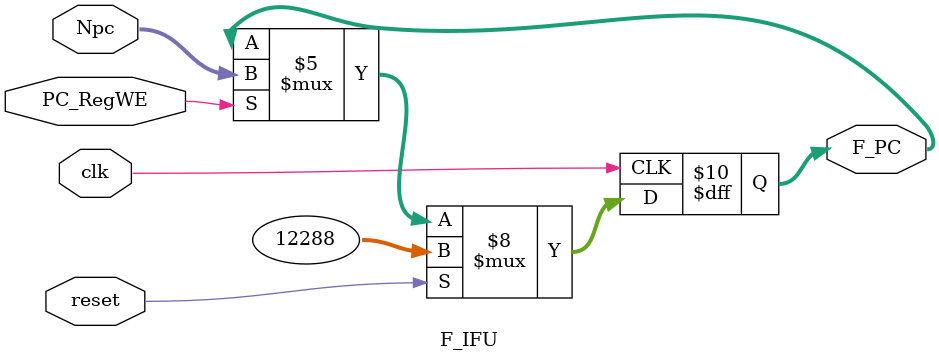
<source format=v>
`timescale 1ns / 1ps
module F_IFU(
    input clk,
    input reset,
    input [31:0] Npc,
    input PC_RegWE,

    output reg [31:0] F_PC
    );

    initial begin

        F_PC = 32'h00003000;
    end

    always @(posedge clk ) begin
        if(reset == 1)begin
            F_PC <= 32'h00003000;
        end
        else if(PC_RegWE == 1)begin
            F_PC <= Npc;
        end
    end

endmodule



</source>
